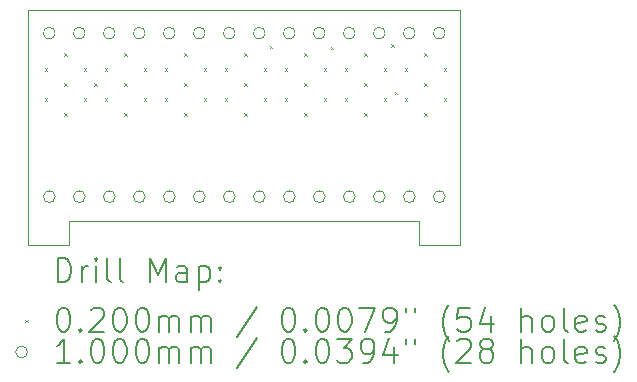
<source format=gbr>
%FSLAX45Y45*%
G04 Gerber Fmt 4.5, Leading zero omitted, Abs format (unit mm)*
G04 Created by KiCad (PCBNEW (6.0.0)) date 2022-11-09 00:21:32*
%MOMM*%
%LPD*%
G01*
G04 APERTURE LIST*
%TA.AperFunction,Profile*%
%ADD10C,0.100000*%
%TD*%
%ADD11C,0.200000*%
%ADD12C,0.020000*%
%ADD13C,0.100000*%
G04 APERTURE END LIST*
D10*
X13558000Y-10246000D02*
X13558000Y-10046000D01*
X16867000Y-8255000D02*
X16867000Y-10246000D01*
X16517000Y-10246000D02*
X16517000Y-10046000D01*
X13208000Y-8255000D02*
X16867000Y-8255000D01*
X16517000Y-10046000D02*
X13558000Y-10046000D01*
X13208000Y-8255000D02*
X13208000Y-10246000D01*
X16867000Y-10246000D02*
X16517000Y-10246000D01*
X13558000Y-10246000D02*
X13208000Y-10246000D01*
D11*
D12*
X13350400Y-8753000D02*
X13370400Y-8773000D01*
X13370400Y-8753000D02*
X13350400Y-8773000D01*
X13350400Y-9007000D02*
X13370400Y-9027000D01*
X13370400Y-9007000D02*
X13350400Y-9027000D01*
X13515500Y-8626000D02*
X13535500Y-8646000D01*
X13535500Y-8626000D02*
X13515500Y-8646000D01*
X13515500Y-8880000D02*
X13535500Y-8900000D01*
X13535500Y-8880000D02*
X13515500Y-8900000D01*
X13515500Y-9134000D02*
X13535500Y-9154000D01*
X13535500Y-9134000D02*
X13515500Y-9154000D01*
X13680600Y-8753000D02*
X13700600Y-8773000D01*
X13700600Y-8753000D02*
X13680600Y-8773000D01*
X13680600Y-9007000D02*
X13700600Y-9027000D01*
X13700600Y-9007000D02*
X13680600Y-9027000D01*
X13769500Y-8880000D02*
X13789500Y-8900000D01*
X13789500Y-8880000D02*
X13769500Y-8900000D01*
X13858400Y-8753000D02*
X13878400Y-8773000D01*
X13878400Y-8753000D02*
X13858400Y-8773000D01*
X13858400Y-9007000D02*
X13878400Y-9027000D01*
X13878400Y-9007000D02*
X13858400Y-9027000D01*
X14023500Y-8626000D02*
X14043500Y-8646000D01*
X14043500Y-8626000D02*
X14023500Y-8646000D01*
X14023500Y-8880000D02*
X14043500Y-8900000D01*
X14043500Y-8880000D02*
X14023500Y-8900000D01*
X14023500Y-9134000D02*
X14043500Y-9154000D01*
X14043500Y-9134000D02*
X14023500Y-9154000D01*
X14188600Y-8753000D02*
X14208600Y-8773000D01*
X14208600Y-8753000D02*
X14188600Y-8773000D01*
X14188600Y-9007000D02*
X14208600Y-9027000D01*
X14208600Y-9007000D02*
X14188600Y-9027000D01*
X14366400Y-8753000D02*
X14386400Y-8773000D01*
X14386400Y-8753000D02*
X14366400Y-8773000D01*
X14366400Y-9007000D02*
X14386400Y-9027000D01*
X14386400Y-9007000D02*
X14366400Y-9027000D01*
X14531500Y-8626000D02*
X14551500Y-8646000D01*
X14551500Y-8626000D02*
X14531500Y-8646000D01*
X14531500Y-8880000D02*
X14551500Y-8900000D01*
X14551500Y-8880000D02*
X14531500Y-8900000D01*
X14531500Y-9134000D02*
X14551500Y-9154000D01*
X14551500Y-9134000D02*
X14531500Y-9154000D01*
X14696600Y-8753000D02*
X14716600Y-8773000D01*
X14716600Y-8753000D02*
X14696600Y-8773000D01*
X14696600Y-9007000D02*
X14716600Y-9027000D01*
X14716600Y-9007000D02*
X14696600Y-9027000D01*
X14874400Y-8753000D02*
X14894400Y-8773000D01*
X14894400Y-8753000D02*
X14874400Y-8773000D01*
X14874400Y-9007000D02*
X14894400Y-9027000D01*
X14894400Y-9007000D02*
X14874400Y-9027000D01*
X15039500Y-8626000D02*
X15059500Y-8646000D01*
X15059500Y-8626000D02*
X15039500Y-8646000D01*
X15039500Y-8880000D02*
X15059500Y-8900000D01*
X15059500Y-8880000D02*
X15039500Y-8900000D01*
X15039500Y-9134000D02*
X15059500Y-9154000D01*
X15059500Y-9134000D02*
X15039500Y-9154000D01*
X15204600Y-8753000D02*
X15224600Y-8773000D01*
X15224600Y-8753000D02*
X15204600Y-8773000D01*
X15204600Y-9007000D02*
X15224600Y-9027000D01*
X15224600Y-9007000D02*
X15204600Y-9027000D01*
X15255400Y-8562500D02*
X15275400Y-8582500D01*
X15275400Y-8562500D02*
X15255400Y-8582500D01*
X15382400Y-8753000D02*
X15402400Y-8773000D01*
X15402400Y-8753000D02*
X15382400Y-8773000D01*
X15382400Y-9007000D02*
X15402400Y-9027000D01*
X15402400Y-9007000D02*
X15382400Y-9027000D01*
X15547500Y-8626000D02*
X15567500Y-8646000D01*
X15567500Y-8626000D02*
X15547500Y-8646000D01*
X15547500Y-8880000D02*
X15567500Y-8900000D01*
X15567500Y-8880000D02*
X15547500Y-8900000D01*
X15547500Y-9134000D02*
X15567500Y-9154000D01*
X15567500Y-9134000D02*
X15547500Y-9154000D01*
X15712600Y-8753000D02*
X15732600Y-8773000D01*
X15732600Y-8753000D02*
X15712600Y-8773000D01*
X15712600Y-9007000D02*
X15732600Y-9027000D01*
X15732600Y-9007000D02*
X15712600Y-9027000D01*
X15769750Y-8568850D02*
X15789750Y-8588850D01*
X15789750Y-8568850D02*
X15769750Y-8588850D01*
X15890400Y-8753000D02*
X15910400Y-8773000D01*
X15910400Y-8753000D02*
X15890400Y-8773000D01*
X15890400Y-9007000D02*
X15910400Y-9027000D01*
X15910400Y-9007000D02*
X15890400Y-9027000D01*
X16055500Y-8626000D02*
X16075500Y-8646000D01*
X16075500Y-8626000D02*
X16055500Y-8646000D01*
X16055500Y-8880000D02*
X16075500Y-8900000D01*
X16075500Y-8880000D02*
X16055500Y-8900000D01*
X16055500Y-9134000D02*
X16075500Y-9154000D01*
X16075500Y-9134000D02*
X16055500Y-9154000D01*
X16220600Y-8753000D02*
X16240600Y-8773000D01*
X16240600Y-8753000D02*
X16220600Y-8773000D01*
X16220600Y-9007000D02*
X16240600Y-9027000D01*
X16240600Y-9007000D02*
X16220600Y-9027000D01*
X16284100Y-8549800D02*
X16304100Y-8569800D01*
X16304100Y-8549800D02*
X16284100Y-8569800D01*
X16311151Y-8954549D02*
X16331151Y-8974549D01*
X16331151Y-8954549D02*
X16311151Y-8974549D01*
X16398400Y-8753000D02*
X16418400Y-8773000D01*
X16418400Y-8753000D02*
X16398400Y-8773000D01*
X16398400Y-9007000D02*
X16418400Y-9027000D01*
X16418400Y-9007000D02*
X16398400Y-9027000D01*
X16563500Y-8626000D02*
X16583500Y-8646000D01*
X16583500Y-8626000D02*
X16563500Y-8646000D01*
X16563500Y-8880000D02*
X16583500Y-8900000D01*
X16583500Y-8880000D02*
X16563500Y-8900000D01*
X16563500Y-9134000D02*
X16583500Y-9154000D01*
X16583500Y-9134000D02*
X16563500Y-9154000D01*
X16728600Y-8753000D02*
X16748600Y-8773000D01*
X16748600Y-8753000D02*
X16728600Y-8773000D01*
X16728600Y-9007000D02*
X16748600Y-9027000D01*
X16748600Y-9007000D02*
X16728600Y-9027000D01*
D13*
X13436500Y-8455000D02*
G75*
G03*
X13436500Y-8455000I-50000J0D01*
G01*
X13436500Y-9840000D02*
G75*
G03*
X13436500Y-9840000I-50000J0D01*
G01*
X13690500Y-8455000D02*
G75*
G03*
X13690500Y-8455000I-50000J0D01*
G01*
X13690500Y-9840000D02*
G75*
G03*
X13690500Y-9840000I-50000J0D01*
G01*
X13944500Y-8455000D02*
G75*
G03*
X13944500Y-8455000I-50000J0D01*
G01*
X13944500Y-9840000D02*
G75*
G03*
X13944500Y-9840000I-50000J0D01*
G01*
X14198500Y-8455000D02*
G75*
G03*
X14198500Y-8455000I-50000J0D01*
G01*
X14198500Y-9840000D02*
G75*
G03*
X14198500Y-9840000I-50000J0D01*
G01*
X14452500Y-8455000D02*
G75*
G03*
X14452500Y-8455000I-50000J0D01*
G01*
X14452500Y-9840000D02*
G75*
G03*
X14452500Y-9840000I-50000J0D01*
G01*
X14706500Y-8455000D02*
G75*
G03*
X14706500Y-8455000I-50000J0D01*
G01*
X14706500Y-9840000D02*
G75*
G03*
X14706500Y-9840000I-50000J0D01*
G01*
X14960500Y-8455000D02*
G75*
G03*
X14960500Y-8455000I-50000J0D01*
G01*
X14960500Y-9840000D02*
G75*
G03*
X14960500Y-9840000I-50000J0D01*
G01*
X15214500Y-8455000D02*
G75*
G03*
X15214500Y-8455000I-50000J0D01*
G01*
X15214500Y-9840000D02*
G75*
G03*
X15214500Y-9840000I-50000J0D01*
G01*
X15468500Y-8455000D02*
G75*
G03*
X15468500Y-8455000I-50000J0D01*
G01*
X15468500Y-9840000D02*
G75*
G03*
X15468500Y-9840000I-50000J0D01*
G01*
X15722500Y-8455000D02*
G75*
G03*
X15722500Y-8455000I-50000J0D01*
G01*
X15722500Y-9840000D02*
G75*
G03*
X15722500Y-9840000I-50000J0D01*
G01*
X15976500Y-8455000D02*
G75*
G03*
X15976500Y-8455000I-50000J0D01*
G01*
X15976500Y-9840000D02*
G75*
G03*
X15976500Y-9840000I-50000J0D01*
G01*
X16230500Y-8455000D02*
G75*
G03*
X16230500Y-8455000I-50000J0D01*
G01*
X16230500Y-9840000D02*
G75*
G03*
X16230500Y-9840000I-50000J0D01*
G01*
X16484500Y-8455000D02*
G75*
G03*
X16484500Y-8455000I-50000J0D01*
G01*
X16484500Y-9840000D02*
G75*
G03*
X16484500Y-9840000I-50000J0D01*
G01*
X16738500Y-8455000D02*
G75*
G03*
X16738500Y-8455000I-50000J0D01*
G01*
X16738500Y-9840000D02*
G75*
G03*
X16738500Y-9840000I-50000J0D01*
G01*
D11*
X13460619Y-10561476D02*
X13460619Y-10361476D01*
X13508238Y-10361476D01*
X13536809Y-10371000D01*
X13555857Y-10390048D01*
X13565381Y-10409095D01*
X13574905Y-10447190D01*
X13574905Y-10475762D01*
X13565381Y-10513857D01*
X13555857Y-10532905D01*
X13536809Y-10551952D01*
X13508238Y-10561476D01*
X13460619Y-10561476D01*
X13660619Y-10561476D02*
X13660619Y-10428143D01*
X13660619Y-10466238D02*
X13670143Y-10447190D01*
X13679667Y-10437667D01*
X13698714Y-10428143D01*
X13717762Y-10428143D01*
X13784428Y-10561476D02*
X13784428Y-10428143D01*
X13784428Y-10361476D02*
X13774905Y-10371000D01*
X13784428Y-10380524D01*
X13793952Y-10371000D01*
X13784428Y-10361476D01*
X13784428Y-10380524D01*
X13908238Y-10561476D02*
X13889190Y-10551952D01*
X13879667Y-10532905D01*
X13879667Y-10361476D01*
X14013000Y-10561476D02*
X13993952Y-10551952D01*
X13984428Y-10532905D01*
X13984428Y-10361476D01*
X14241571Y-10561476D02*
X14241571Y-10361476D01*
X14308238Y-10504333D01*
X14374905Y-10361476D01*
X14374905Y-10561476D01*
X14555857Y-10561476D02*
X14555857Y-10456714D01*
X14546333Y-10437667D01*
X14527286Y-10428143D01*
X14489190Y-10428143D01*
X14470143Y-10437667D01*
X14555857Y-10551952D02*
X14536809Y-10561476D01*
X14489190Y-10561476D01*
X14470143Y-10551952D01*
X14460619Y-10532905D01*
X14460619Y-10513857D01*
X14470143Y-10494810D01*
X14489190Y-10485286D01*
X14536809Y-10485286D01*
X14555857Y-10475762D01*
X14651095Y-10428143D02*
X14651095Y-10628143D01*
X14651095Y-10437667D02*
X14670143Y-10428143D01*
X14708238Y-10428143D01*
X14727286Y-10437667D01*
X14736809Y-10447190D01*
X14746333Y-10466238D01*
X14746333Y-10523381D01*
X14736809Y-10542429D01*
X14727286Y-10551952D01*
X14708238Y-10561476D01*
X14670143Y-10561476D01*
X14651095Y-10551952D01*
X14832048Y-10542429D02*
X14841571Y-10551952D01*
X14832048Y-10561476D01*
X14822524Y-10551952D01*
X14832048Y-10542429D01*
X14832048Y-10561476D01*
X14832048Y-10437667D02*
X14841571Y-10447190D01*
X14832048Y-10456714D01*
X14822524Y-10447190D01*
X14832048Y-10437667D01*
X14832048Y-10456714D01*
D12*
X13183000Y-10881000D02*
X13203000Y-10901000D01*
X13203000Y-10881000D02*
X13183000Y-10901000D01*
D11*
X13498714Y-10781476D02*
X13517762Y-10781476D01*
X13536809Y-10791000D01*
X13546333Y-10800524D01*
X13555857Y-10819571D01*
X13565381Y-10857667D01*
X13565381Y-10905286D01*
X13555857Y-10943381D01*
X13546333Y-10962429D01*
X13536809Y-10971952D01*
X13517762Y-10981476D01*
X13498714Y-10981476D01*
X13479667Y-10971952D01*
X13470143Y-10962429D01*
X13460619Y-10943381D01*
X13451095Y-10905286D01*
X13451095Y-10857667D01*
X13460619Y-10819571D01*
X13470143Y-10800524D01*
X13479667Y-10791000D01*
X13498714Y-10781476D01*
X13651095Y-10962429D02*
X13660619Y-10971952D01*
X13651095Y-10981476D01*
X13641571Y-10971952D01*
X13651095Y-10962429D01*
X13651095Y-10981476D01*
X13736809Y-10800524D02*
X13746333Y-10791000D01*
X13765381Y-10781476D01*
X13813000Y-10781476D01*
X13832048Y-10791000D01*
X13841571Y-10800524D01*
X13851095Y-10819571D01*
X13851095Y-10838619D01*
X13841571Y-10867190D01*
X13727286Y-10981476D01*
X13851095Y-10981476D01*
X13974905Y-10781476D02*
X13993952Y-10781476D01*
X14013000Y-10791000D01*
X14022524Y-10800524D01*
X14032048Y-10819571D01*
X14041571Y-10857667D01*
X14041571Y-10905286D01*
X14032048Y-10943381D01*
X14022524Y-10962429D01*
X14013000Y-10971952D01*
X13993952Y-10981476D01*
X13974905Y-10981476D01*
X13955857Y-10971952D01*
X13946333Y-10962429D01*
X13936809Y-10943381D01*
X13927286Y-10905286D01*
X13927286Y-10857667D01*
X13936809Y-10819571D01*
X13946333Y-10800524D01*
X13955857Y-10791000D01*
X13974905Y-10781476D01*
X14165381Y-10781476D02*
X14184428Y-10781476D01*
X14203476Y-10791000D01*
X14213000Y-10800524D01*
X14222524Y-10819571D01*
X14232048Y-10857667D01*
X14232048Y-10905286D01*
X14222524Y-10943381D01*
X14213000Y-10962429D01*
X14203476Y-10971952D01*
X14184428Y-10981476D01*
X14165381Y-10981476D01*
X14146333Y-10971952D01*
X14136809Y-10962429D01*
X14127286Y-10943381D01*
X14117762Y-10905286D01*
X14117762Y-10857667D01*
X14127286Y-10819571D01*
X14136809Y-10800524D01*
X14146333Y-10791000D01*
X14165381Y-10781476D01*
X14317762Y-10981476D02*
X14317762Y-10848143D01*
X14317762Y-10867190D02*
X14327286Y-10857667D01*
X14346333Y-10848143D01*
X14374905Y-10848143D01*
X14393952Y-10857667D01*
X14403476Y-10876714D01*
X14403476Y-10981476D01*
X14403476Y-10876714D02*
X14413000Y-10857667D01*
X14432048Y-10848143D01*
X14460619Y-10848143D01*
X14479667Y-10857667D01*
X14489190Y-10876714D01*
X14489190Y-10981476D01*
X14584428Y-10981476D02*
X14584428Y-10848143D01*
X14584428Y-10867190D02*
X14593952Y-10857667D01*
X14613000Y-10848143D01*
X14641571Y-10848143D01*
X14660619Y-10857667D01*
X14670143Y-10876714D01*
X14670143Y-10981476D01*
X14670143Y-10876714D02*
X14679667Y-10857667D01*
X14698714Y-10848143D01*
X14727286Y-10848143D01*
X14746333Y-10857667D01*
X14755857Y-10876714D01*
X14755857Y-10981476D01*
X15146333Y-10771952D02*
X14974905Y-11029095D01*
X15403476Y-10781476D02*
X15422524Y-10781476D01*
X15441571Y-10791000D01*
X15451095Y-10800524D01*
X15460619Y-10819571D01*
X15470143Y-10857667D01*
X15470143Y-10905286D01*
X15460619Y-10943381D01*
X15451095Y-10962429D01*
X15441571Y-10971952D01*
X15422524Y-10981476D01*
X15403476Y-10981476D01*
X15384428Y-10971952D01*
X15374905Y-10962429D01*
X15365381Y-10943381D01*
X15355857Y-10905286D01*
X15355857Y-10857667D01*
X15365381Y-10819571D01*
X15374905Y-10800524D01*
X15384428Y-10791000D01*
X15403476Y-10781476D01*
X15555857Y-10962429D02*
X15565381Y-10971952D01*
X15555857Y-10981476D01*
X15546333Y-10971952D01*
X15555857Y-10962429D01*
X15555857Y-10981476D01*
X15689190Y-10781476D02*
X15708238Y-10781476D01*
X15727286Y-10791000D01*
X15736809Y-10800524D01*
X15746333Y-10819571D01*
X15755857Y-10857667D01*
X15755857Y-10905286D01*
X15746333Y-10943381D01*
X15736809Y-10962429D01*
X15727286Y-10971952D01*
X15708238Y-10981476D01*
X15689190Y-10981476D01*
X15670143Y-10971952D01*
X15660619Y-10962429D01*
X15651095Y-10943381D01*
X15641571Y-10905286D01*
X15641571Y-10857667D01*
X15651095Y-10819571D01*
X15660619Y-10800524D01*
X15670143Y-10791000D01*
X15689190Y-10781476D01*
X15879667Y-10781476D02*
X15898714Y-10781476D01*
X15917762Y-10791000D01*
X15927286Y-10800524D01*
X15936809Y-10819571D01*
X15946333Y-10857667D01*
X15946333Y-10905286D01*
X15936809Y-10943381D01*
X15927286Y-10962429D01*
X15917762Y-10971952D01*
X15898714Y-10981476D01*
X15879667Y-10981476D01*
X15860619Y-10971952D01*
X15851095Y-10962429D01*
X15841571Y-10943381D01*
X15832048Y-10905286D01*
X15832048Y-10857667D01*
X15841571Y-10819571D01*
X15851095Y-10800524D01*
X15860619Y-10791000D01*
X15879667Y-10781476D01*
X16013000Y-10781476D02*
X16146333Y-10781476D01*
X16060619Y-10981476D01*
X16232048Y-10981476D02*
X16270143Y-10981476D01*
X16289190Y-10971952D01*
X16298714Y-10962429D01*
X16317762Y-10933857D01*
X16327286Y-10895762D01*
X16327286Y-10819571D01*
X16317762Y-10800524D01*
X16308238Y-10791000D01*
X16289190Y-10781476D01*
X16251095Y-10781476D01*
X16232048Y-10791000D01*
X16222524Y-10800524D01*
X16213000Y-10819571D01*
X16213000Y-10867190D01*
X16222524Y-10886238D01*
X16232048Y-10895762D01*
X16251095Y-10905286D01*
X16289190Y-10905286D01*
X16308238Y-10895762D01*
X16317762Y-10886238D01*
X16327286Y-10867190D01*
X16403476Y-10781476D02*
X16403476Y-10819571D01*
X16479667Y-10781476D02*
X16479667Y-10819571D01*
X16774905Y-11057667D02*
X16765381Y-11048143D01*
X16746333Y-11019571D01*
X16736809Y-11000524D01*
X16727286Y-10971952D01*
X16717762Y-10924333D01*
X16717762Y-10886238D01*
X16727286Y-10838619D01*
X16736809Y-10810048D01*
X16746333Y-10791000D01*
X16765381Y-10762429D01*
X16774905Y-10752905D01*
X16946333Y-10781476D02*
X16851095Y-10781476D01*
X16841571Y-10876714D01*
X16851095Y-10867190D01*
X16870143Y-10857667D01*
X16917762Y-10857667D01*
X16936810Y-10867190D01*
X16946333Y-10876714D01*
X16955857Y-10895762D01*
X16955857Y-10943381D01*
X16946333Y-10962429D01*
X16936810Y-10971952D01*
X16917762Y-10981476D01*
X16870143Y-10981476D01*
X16851095Y-10971952D01*
X16841571Y-10962429D01*
X17127286Y-10848143D02*
X17127286Y-10981476D01*
X17079667Y-10771952D02*
X17032048Y-10914810D01*
X17155857Y-10914810D01*
X17384429Y-10981476D02*
X17384429Y-10781476D01*
X17470143Y-10981476D02*
X17470143Y-10876714D01*
X17460619Y-10857667D01*
X17441571Y-10848143D01*
X17413000Y-10848143D01*
X17393952Y-10857667D01*
X17384429Y-10867190D01*
X17593952Y-10981476D02*
X17574905Y-10971952D01*
X17565381Y-10962429D01*
X17555857Y-10943381D01*
X17555857Y-10886238D01*
X17565381Y-10867190D01*
X17574905Y-10857667D01*
X17593952Y-10848143D01*
X17622524Y-10848143D01*
X17641571Y-10857667D01*
X17651095Y-10867190D01*
X17660619Y-10886238D01*
X17660619Y-10943381D01*
X17651095Y-10962429D01*
X17641571Y-10971952D01*
X17622524Y-10981476D01*
X17593952Y-10981476D01*
X17774905Y-10981476D02*
X17755857Y-10971952D01*
X17746333Y-10952905D01*
X17746333Y-10781476D01*
X17927286Y-10971952D02*
X17908238Y-10981476D01*
X17870143Y-10981476D01*
X17851095Y-10971952D01*
X17841571Y-10952905D01*
X17841571Y-10876714D01*
X17851095Y-10857667D01*
X17870143Y-10848143D01*
X17908238Y-10848143D01*
X17927286Y-10857667D01*
X17936810Y-10876714D01*
X17936810Y-10895762D01*
X17841571Y-10914810D01*
X18013000Y-10971952D02*
X18032048Y-10981476D01*
X18070143Y-10981476D01*
X18089190Y-10971952D01*
X18098714Y-10952905D01*
X18098714Y-10943381D01*
X18089190Y-10924333D01*
X18070143Y-10914810D01*
X18041571Y-10914810D01*
X18022524Y-10905286D01*
X18013000Y-10886238D01*
X18013000Y-10876714D01*
X18022524Y-10857667D01*
X18041571Y-10848143D01*
X18070143Y-10848143D01*
X18089190Y-10857667D01*
X18165381Y-11057667D02*
X18174905Y-11048143D01*
X18193952Y-11019571D01*
X18203476Y-11000524D01*
X18213000Y-10971952D01*
X18222524Y-10924333D01*
X18222524Y-10886238D01*
X18213000Y-10838619D01*
X18203476Y-10810048D01*
X18193952Y-10791000D01*
X18174905Y-10762429D01*
X18165381Y-10752905D01*
D13*
X13203000Y-11155000D02*
G75*
G03*
X13203000Y-11155000I-50000J0D01*
G01*
D11*
X13565381Y-11245476D02*
X13451095Y-11245476D01*
X13508238Y-11245476D02*
X13508238Y-11045476D01*
X13489190Y-11074048D01*
X13470143Y-11093095D01*
X13451095Y-11102619D01*
X13651095Y-11226428D02*
X13660619Y-11235952D01*
X13651095Y-11245476D01*
X13641571Y-11235952D01*
X13651095Y-11226428D01*
X13651095Y-11245476D01*
X13784428Y-11045476D02*
X13803476Y-11045476D01*
X13822524Y-11055000D01*
X13832048Y-11064524D01*
X13841571Y-11083571D01*
X13851095Y-11121667D01*
X13851095Y-11169286D01*
X13841571Y-11207381D01*
X13832048Y-11226428D01*
X13822524Y-11235952D01*
X13803476Y-11245476D01*
X13784428Y-11245476D01*
X13765381Y-11235952D01*
X13755857Y-11226428D01*
X13746333Y-11207381D01*
X13736809Y-11169286D01*
X13736809Y-11121667D01*
X13746333Y-11083571D01*
X13755857Y-11064524D01*
X13765381Y-11055000D01*
X13784428Y-11045476D01*
X13974905Y-11045476D02*
X13993952Y-11045476D01*
X14013000Y-11055000D01*
X14022524Y-11064524D01*
X14032048Y-11083571D01*
X14041571Y-11121667D01*
X14041571Y-11169286D01*
X14032048Y-11207381D01*
X14022524Y-11226428D01*
X14013000Y-11235952D01*
X13993952Y-11245476D01*
X13974905Y-11245476D01*
X13955857Y-11235952D01*
X13946333Y-11226428D01*
X13936809Y-11207381D01*
X13927286Y-11169286D01*
X13927286Y-11121667D01*
X13936809Y-11083571D01*
X13946333Y-11064524D01*
X13955857Y-11055000D01*
X13974905Y-11045476D01*
X14165381Y-11045476D02*
X14184428Y-11045476D01*
X14203476Y-11055000D01*
X14213000Y-11064524D01*
X14222524Y-11083571D01*
X14232048Y-11121667D01*
X14232048Y-11169286D01*
X14222524Y-11207381D01*
X14213000Y-11226428D01*
X14203476Y-11235952D01*
X14184428Y-11245476D01*
X14165381Y-11245476D01*
X14146333Y-11235952D01*
X14136809Y-11226428D01*
X14127286Y-11207381D01*
X14117762Y-11169286D01*
X14117762Y-11121667D01*
X14127286Y-11083571D01*
X14136809Y-11064524D01*
X14146333Y-11055000D01*
X14165381Y-11045476D01*
X14317762Y-11245476D02*
X14317762Y-11112143D01*
X14317762Y-11131190D02*
X14327286Y-11121667D01*
X14346333Y-11112143D01*
X14374905Y-11112143D01*
X14393952Y-11121667D01*
X14403476Y-11140714D01*
X14403476Y-11245476D01*
X14403476Y-11140714D02*
X14413000Y-11121667D01*
X14432048Y-11112143D01*
X14460619Y-11112143D01*
X14479667Y-11121667D01*
X14489190Y-11140714D01*
X14489190Y-11245476D01*
X14584428Y-11245476D02*
X14584428Y-11112143D01*
X14584428Y-11131190D02*
X14593952Y-11121667D01*
X14613000Y-11112143D01*
X14641571Y-11112143D01*
X14660619Y-11121667D01*
X14670143Y-11140714D01*
X14670143Y-11245476D01*
X14670143Y-11140714D02*
X14679667Y-11121667D01*
X14698714Y-11112143D01*
X14727286Y-11112143D01*
X14746333Y-11121667D01*
X14755857Y-11140714D01*
X14755857Y-11245476D01*
X15146333Y-11035952D02*
X14974905Y-11293095D01*
X15403476Y-11045476D02*
X15422524Y-11045476D01*
X15441571Y-11055000D01*
X15451095Y-11064524D01*
X15460619Y-11083571D01*
X15470143Y-11121667D01*
X15470143Y-11169286D01*
X15460619Y-11207381D01*
X15451095Y-11226428D01*
X15441571Y-11235952D01*
X15422524Y-11245476D01*
X15403476Y-11245476D01*
X15384428Y-11235952D01*
X15374905Y-11226428D01*
X15365381Y-11207381D01*
X15355857Y-11169286D01*
X15355857Y-11121667D01*
X15365381Y-11083571D01*
X15374905Y-11064524D01*
X15384428Y-11055000D01*
X15403476Y-11045476D01*
X15555857Y-11226428D02*
X15565381Y-11235952D01*
X15555857Y-11245476D01*
X15546333Y-11235952D01*
X15555857Y-11226428D01*
X15555857Y-11245476D01*
X15689190Y-11045476D02*
X15708238Y-11045476D01*
X15727286Y-11055000D01*
X15736809Y-11064524D01*
X15746333Y-11083571D01*
X15755857Y-11121667D01*
X15755857Y-11169286D01*
X15746333Y-11207381D01*
X15736809Y-11226428D01*
X15727286Y-11235952D01*
X15708238Y-11245476D01*
X15689190Y-11245476D01*
X15670143Y-11235952D01*
X15660619Y-11226428D01*
X15651095Y-11207381D01*
X15641571Y-11169286D01*
X15641571Y-11121667D01*
X15651095Y-11083571D01*
X15660619Y-11064524D01*
X15670143Y-11055000D01*
X15689190Y-11045476D01*
X15822524Y-11045476D02*
X15946333Y-11045476D01*
X15879667Y-11121667D01*
X15908238Y-11121667D01*
X15927286Y-11131190D01*
X15936809Y-11140714D01*
X15946333Y-11159762D01*
X15946333Y-11207381D01*
X15936809Y-11226428D01*
X15927286Y-11235952D01*
X15908238Y-11245476D01*
X15851095Y-11245476D01*
X15832048Y-11235952D01*
X15822524Y-11226428D01*
X16041571Y-11245476D02*
X16079667Y-11245476D01*
X16098714Y-11235952D01*
X16108238Y-11226428D01*
X16127286Y-11197857D01*
X16136809Y-11159762D01*
X16136809Y-11083571D01*
X16127286Y-11064524D01*
X16117762Y-11055000D01*
X16098714Y-11045476D01*
X16060619Y-11045476D01*
X16041571Y-11055000D01*
X16032048Y-11064524D01*
X16022524Y-11083571D01*
X16022524Y-11131190D01*
X16032048Y-11150238D01*
X16041571Y-11159762D01*
X16060619Y-11169286D01*
X16098714Y-11169286D01*
X16117762Y-11159762D01*
X16127286Y-11150238D01*
X16136809Y-11131190D01*
X16308238Y-11112143D02*
X16308238Y-11245476D01*
X16260619Y-11035952D02*
X16213000Y-11178810D01*
X16336809Y-11178810D01*
X16403476Y-11045476D02*
X16403476Y-11083571D01*
X16479667Y-11045476D02*
X16479667Y-11083571D01*
X16774905Y-11321667D02*
X16765381Y-11312143D01*
X16746333Y-11283571D01*
X16736809Y-11264524D01*
X16727286Y-11235952D01*
X16717762Y-11188333D01*
X16717762Y-11150238D01*
X16727286Y-11102619D01*
X16736809Y-11074048D01*
X16746333Y-11055000D01*
X16765381Y-11026429D01*
X16774905Y-11016905D01*
X16841571Y-11064524D02*
X16851095Y-11055000D01*
X16870143Y-11045476D01*
X16917762Y-11045476D01*
X16936810Y-11055000D01*
X16946333Y-11064524D01*
X16955857Y-11083571D01*
X16955857Y-11102619D01*
X16946333Y-11131190D01*
X16832048Y-11245476D01*
X16955857Y-11245476D01*
X17070143Y-11131190D02*
X17051095Y-11121667D01*
X17041571Y-11112143D01*
X17032048Y-11093095D01*
X17032048Y-11083571D01*
X17041571Y-11064524D01*
X17051095Y-11055000D01*
X17070143Y-11045476D01*
X17108238Y-11045476D01*
X17127286Y-11055000D01*
X17136810Y-11064524D01*
X17146333Y-11083571D01*
X17146333Y-11093095D01*
X17136810Y-11112143D01*
X17127286Y-11121667D01*
X17108238Y-11131190D01*
X17070143Y-11131190D01*
X17051095Y-11140714D01*
X17041571Y-11150238D01*
X17032048Y-11169286D01*
X17032048Y-11207381D01*
X17041571Y-11226428D01*
X17051095Y-11235952D01*
X17070143Y-11245476D01*
X17108238Y-11245476D01*
X17127286Y-11235952D01*
X17136810Y-11226428D01*
X17146333Y-11207381D01*
X17146333Y-11169286D01*
X17136810Y-11150238D01*
X17127286Y-11140714D01*
X17108238Y-11131190D01*
X17384429Y-11245476D02*
X17384429Y-11045476D01*
X17470143Y-11245476D02*
X17470143Y-11140714D01*
X17460619Y-11121667D01*
X17441571Y-11112143D01*
X17413000Y-11112143D01*
X17393952Y-11121667D01*
X17384429Y-11131190D01*
X17593952Y-11245476D02*
X17574905Y-11235952D01*
X17565381Y-11226428D01*
X17555857Y-11207381D01*
X17555857Y-11150238D01*
X17565381Y-11131190D01*
X17574905Y-11121667D01*
X17593952Y-11112143D01*
X17622524Y-11112143D01*
X17641571Y-11121667D01*
X17651095Y-11131190D01*
X17660619Y-11150238D01*
X17660619Y-11207381D01*
X17651095Y-11226428D01*
X17641571Y-11235952D01*
X17622524Y-11245476D01*
X17593952Y-11245476D01*
X17774905Y-11245476D02*
X17755857Y-11235952D01*
X17746333Y-11216905D01*
X17746333Y-11045476D01*
X17927286Y-11235952D02*
X17908238Y-11245476D01*
X17870143Y-11245476D01*
X17851095Y-11235952D01*
X17841571Y-11216905D01*
X17841571Y-11140714D01*
X17851095Y-11121667D01*
X17870143Y-11112143D01*
X17908238Y-11112143D01*
X17927286Y-11121667D01*
X17936810Y-11140714D01*
X17936810Y-11159762D01*
X17841571Y-11178810D01*
X18013000Y-11235952D02*
X18032048Y-11245476D01*
X18070143Y-11245476D01*
X18089190Y-11235952D01*
X18098714Y-11216905D01*
X18098714Y-11207381D01*
X18089190Y-11188333D01*
X18070143Y-11178810D01*
X18041571Y-11178810D01*
X18022524Y-11169286D01*
X18013000Y-11150238D01*
X18013000Y-11140714D01*
X18022524Y-11121667D01*
X18041571Y-11112143D01*
X18070143Y-11112143D01*
X18089190Y-11121667D01*
X18165381Y-11321667D02*
X18174905Y-11312143D01*
X18193952Y-11283571D01*
X18203476Y-11264524D01*
X18213000Y-11235952D01*
X18222524Y-11188333D01*
X18222524Y-11150238D01*
X18213000Y-11102619D01*
X18203476Y-11074048D01*
X18193952Y-11055000D01*
X18174905Y-11026429D01*
X18165381Y-11016905D01*
M02*

</source>
